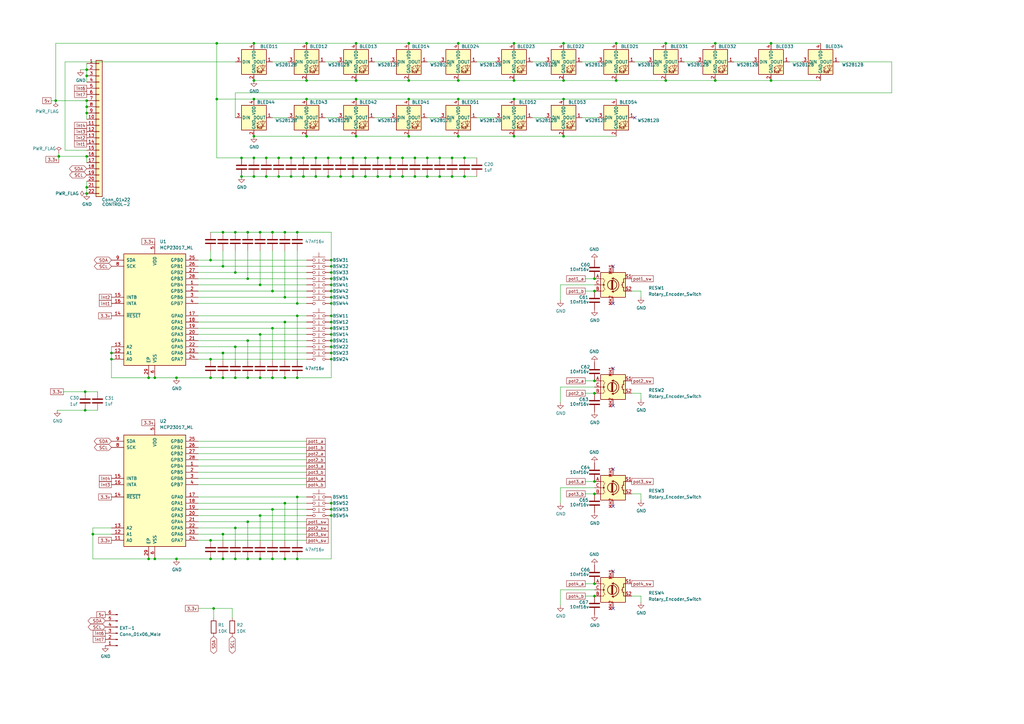
<source format=kicad_sch>
(kicad_sch (version 20211123) (generator eeschema)
  (paper "A3")
  (title_block (title "V5 Control Board") (rev "0.1") (company "Zynthian"))
  (junction (at 167.64 55.88))
  (junction (at 91.44 219.075))
  (junction (at 125.73 17.78))
  (junction (at 34.925 160.655))
  (junction (at 135.89 119.38))
  (junction (at 149.86 64.77))
  (junction (at 91.44 95.25))
  (junction (at 210.82 33.02))
  (junction (at 116.84 229.235))
  (junction (at 101.6 213.995))
  (junction (at 88.9 40.64))
  (junction (at 187.96 40.64))
  (junction (at 86.36 147.32))
  (junction (at 116.84 121.92))
  (junction (at 175.26 72.39))
  (junction (at 35.56 41.275))
  (junction (at 45.72 147.32))
  (junction (at 243.84 114.3))
  (junction (at 144.78 72.39))
  (junction (at 106.68 229.235))
  (junction (at 35.56 64.135))
  (junction (at 210.82 17.78))
  (junction (at 139.7 72.39))
  (junction (at 101.6 154.94))
  (junction (at 129.54 72.39))
  (junction (at 121.92 129.54))
  (junction (at 35.56 28.575))
  (junction (at 134.62 64.77))
  (junction (at 38.1 219.075))
  (junction (at 187.96 17.78))
  (junction (at 34.925 168.275))
  (junction (at 111.76 134.62))
  (junction (at 99.06 72.39))
  (junction (at 146.05 40.64))
  (junction (at 114.3 72.39))
  (junction (at 167.64 33.02))
  (junction (at 243.84 161.29))
  (junction (at 101.6 229.235))
  (junction (at 146.05 55.88))
  (junction (at 111.76 119.38))
  (junction (at 243.84 202.565))
  (junction (at 135.89 134.62))
  (junction (at 187.96 55.88))
  (junction (at 231.14 40.64))
  (junction (at 293.37 33.02))
  (junction (at 116.84 95.25))
  (junction (at 119.38 72.39))
  (junction (at 63.5 154.94))
  (junction (at 154.94 64.77))
  (junction (at 135.89 137.16))
  (junction (at 146.05 17.78))
  (junction (at 88.9 17.78))
  (junction (at 114.3 64.77))
  (junction (at 63.5 229.235))
  (junction (at 135.89 139.7))
  (junction (at 231.14 55.88))
  (junction (at 135.89 147.32))
  (junction (at 106.68 95.25))
  (junction (at 316.23 33.02))
  (junction (at 104.14 55.88))
  (junction (at 165.1 64.77))
  (junction (at 185.42 64.77))
  (junction (at 91.44 109.22))
  (junction (at 134.62 72.39))
  (junction (at 135.89 129.54))
  (junction (at 116.84 132.08))
  (junction (at 125.73 55.88))
  (junction (at 86.36 229.235))
  (junction (at 135.89 208.915))
  (junction (at 170.18 64.77))
  (junction (at 125.73 40.64))
  (junction (at 96.52 95.25))
  (junction (at 167.64 40.64))
  (junction (at 111.76 154.94))
  (junction (at 24.13 64.135))
  (junction (at 35.56 31.115))
  (junction (at 135.89 206.375))
  (junction (at 121.92 203.835))
  (junction (at 106.68 154.94))
  (junction (at 35.56 76.835))
  (junction (at 243.84 119.38))
  (junction (at 99.06 64.77))
  (junction (at 154.94 72.39))
  (junction (at 96.52 154.94))
  (junction (at 135.89 124.46))
  (junction (at 135.89 106.68))
  (junction (at 180.34 72.39))
  (junction (at 135.89 109.22))
  (junction (at 135.89 111.76))
  (junction (at 106.68 211.455))
  (junction (at 125.73 33.02))
  (junction (at 293.37 17.78))
  (junction (at 135.89 121.92))
  (junction (at 149.86 72.39))
  (junction (at 104.14 17.78))
  (junction (at 135.89 142.24))
  (junction (at 35.56 43.815))
  (junction (at 86.36 221.615))
  (junction (at 101.6 95.25))
  (junction (at 135.89 144.78))
  (junction (at 101.6 139.7))
  (junction (at 160.02 64.77))
  (junction (at 72.39 154.94))
  (junction (at 124.46 64.77))
  (junction (at 60.96 154.94))
  (junction (at 243.84 197.485))
  (junction (at 144.78 64.77))
  (junction (at 119.38 64.77))
  (junction (at 135.89 211.455))
  (junction (at 187.96 33.02))
  (junction (at 91.44 229.235))
  (junction (at 167.64 17.78))
  (junction (at 111.76 208.915))
  (junction (at 175.26 64.77))
  (junction (at 86.36 154.94))
  (junction (at 72.39 229.235))
  (junction (at 243.84 244.475))
  (junction (at 86.36 106.68))
  (junction (at 104.14 72.39))
  (junction (at 111.76 95.25))
  (junction (at 87.63 249.555))
  (junction (at 60.96 229.235))
  (junction (at 180.34 64.77))
  (junction (at 111.76 229.235))
  (junction (at 35.56 46.355))
  (junction (at 190.5 64.77))
  (junction (at 129.54 64.77))
  (junction (at 101.6 114.3))
  (junction (at 135.89 116.84))
  (junction (at 96.52 229.235))
  (junction (at 146.05 33.02))
  (junction (at 109.22 64.77))
  (junction (at 273.05 33.02))
  (junction (at 135.89 114.3))
  (junction (at 104.14 40.64))
  (junction (at 96.52 142.24))
  (junction (at 231.14 17.78))
  (junction (at 116.84 154.94))
  (junction (at 252.73 33.02))
  (junction (at 45.72 144.78))
  (junction (at 139.7 64.77))
  (junction (at 135.89 132.08))
  (junction (at 121.92 154.94))
  (junction (at 91.44 144.78))
  (junction (at 121.92 229.235))
  (junction (at 165.1 72.39))
  (junction (at 170.18 72.39))
  (junction (at 210.82 40.64))
  (junction (at 160.02 72.39))
  (junction (at 109.22 72.39))
  (junction (at 190.5 72.39))
  (junction (at 316.23 17.78))
  (junction (at 231.14 33.02))
  (junction (at 22.86 41.275))
  (junction (at 273.05 17.78))
  (junction (at 106.68 137.16))
  (junction (at 243.84 239.395))
  (junction (at 35.56 79.375))
  (junction (at 121.92 124.46))
  (junction (at 124.46 72.39))
  (junction (at 96.52 111.76))
  (junction (at 104.14 64.77))
  (junction (at 243.84 156.21))
  (junction (at 104.14 33.02))
  (junction (at 210.82 55.88))
  (junction (at 121.92 95.25))
  (junction (at 106.68 116.84))
  (junction (at 252.73 17.78))
  (junction (at 185.42 72.39))
  (junction (at 91.44 154.94))
  (junction (at 116.84 206.375))
  (junction (at 96.52 216.535))
  (no_connect (at 251.46 109.22))
  (no_connect (at 251.46 234.315))
  (no_connect (at 251.46 151.13))
  (no_connect (at 251.46 166.37))
  (no_connect (at 260.35 48.26))
  (no_connect (at 251.46 249.555))
  (no_connect (at 251.46 207.645))
  (no_connect (at 251.46 124.46))
  (no_connect (at 251.46 192.405))
  (wire (pts (xy 111.76 208.915) (xy 111.76 221.615)))
  (wire (pts (xy 95.25 249.555) (xy 87.63 249.555)))
  (wire (pts (xy 259.08 119.38) (xy 262.89 119.38)))
  (wire (pts (xy 135.89 137.16) (xy 135.89 139.7)))
  (wire (pts (xy 81.28 116.84) (xy 106.68 116.84)))
  (wire (pts (xy 125.73 211.455) (xy 106.68 211.455)))
  (wire (pts (xy 116.84 154.94) (xy 121.92 154.94)))
  (wire (pts (xy 240.03 114.3) (xy 243.84 114.3)))
  (wire (pts (xy 81.28 183.515) (xy 125.73 183.515)))
  (wire (pts (xy 60.96 229.235) (xy 63.5 229.235)))
  (wire (pts (xy 81.28 208.915) (xy 111.76 208.915)))
  (wire (pts (xy 218.44 48.26) (xy 223.52 48.26)))
  (wire (pts (xy 125.73 144.78) (xy 91.44 144.78)))
  (wire (pts (xy 210.82 55.88) (xy 231.14 55.88)))
  (wire (pts (xy 229.87 116.84) (xy 229.87 123.19)))
  (wire (pts (xy 101.6 102.87) (xy 101.6 114.3)))
  (wire (pts (xy 81.28 216.535) (xy 96.52 216.535)))
  (wire (pts (xy 160.02 64.77) (xy 154.94 64.77)))
  (wire (pts (xy 111.76 154.94) (xy 116.84 154.94)))
  (wire (pts (xy 101.6 114.3) (xy 125.73 114.3)))
  (wire (pts (xy 22.86 17.78) (xy 88.9 17.78)))
  (wire (pts (xy 106.68 102.87) (xy 106.68 116.84)))
  (wire (pts (xy 231.14 55.88) (xy 252.73 55.88)))
  (wire (pts (xy 210.82 17.78) (xy 231.14 17.78)))
  (wire (pts (xy 243.84 200.025) (xy 229.87 200.025)))
  (wire (pts (xy 81.28 121.92) (xy 116.84 121.92)))
  (wire (pts (xy 116.84 121.92) (xy 125.73 121.92)))
  (wire (pts (xy 119.38 72.39) (xy 114.3 72.39)))
  (wire (pts (xy 119.38 64.77) (xy 114.3 64.77)))
  (wire (pts (xy 86.36 95.25) (xy 91.44 95.25)))
  (wire (pts (xy 260.35 25.4) (xy 265.43 25.4)))
  (wire (pts (xy 238.76 48.26) (xy 245.11 48.26)))
  (wire (pts (xy 35.56 41.275) (xy 22.86 41.275)))
  (wire (pts (xy 81.28 193.675) (xy 125.73 193.675)))
  (wire (pts (xy 81.28 119.38) (xy 111.76 119.38)))
  (wire (pts (xy 81.28 219.075) (xy 91.44 219.075)))
  (wire (pts (xy 111.76 48.26) (xy 118.11 48.26)))
  (wire (pts (xy 165.1 72.39) (xy 160.02 72.39)))
  (wire (pts (xy 240.03 156.21) (xy 243.84 156.21)))
  (wire (pts (xy 86.36 221.615) (xy 125.73 221.615)))
  (wire (pts (xy 187.96 17.78) (xy 210.82 17.78)))
  (wire (pts (xy 91.44 95.25) (xy 96.52 95.25)))
  (wire (pts (xy 259.08 244.475) (xy 262.89 244.475)))
  (wire (pts (xy 116.84 132.08) (xy 116.84 147.32)))
  (wire (pts (xy 101.6 139.7) (xy 101.6 147.32)))
  (wire (pts (xy 81.28 137.16) (xy 106.68 137.16)))
  (wire (pts (xy 344.17 25.4) (xy 365.76 25.4)))
  (wire (pts (xy 81.28 109.22) (xy 91.44 109.22)))
  (wire (pts (xy 210.82 40.64) (xy 231.14 40.64)))
  (wire (pts (xy 316.23 33.02) (xy 336.55 33.02)))
  (wire (pts (xy 135.89 95.25) (xy 121.92 95.25)))
  (wire (pts (xy 88.9 40.64) (xy 88.9 64.77)))
  (wire (pts (xy 35.56 76.835) (xy 35.56 79.375)))
  (wire (pts (xy 125.73 198.755) (xy 81.28 198.755)))
  (wire (pts (xy 86.36 106.68) (xy 125.73 106.68)))
  (wire (pts (xy 146.05 55.88) (xy 167.64 55.88)))
  (wire (pts (xy 129.54 72.39) (xy 124.46 72.39)))
  (wire (pts (xy 45.72 154.94) (xy 60.96 154.94)))
  (wire (pts (xy 116.84 102.87) (xy 116.84 121.92)))
  (wire (pts (xy 114.3 64.77) (xy 109.22 64.77)))
  (wire (pts (xy 63.5 229.235) (xy 72.39 229.235)))
  (wire (pts (xy 146.05 33.02) (xy 167.64 33.02)))
  (wire (pts (xy 135.89 208.915) (xy 135.89 211.455)))
  (wire (pts (xy 35.56 64.135) (xy 35.56 66.675)))
  (wire (pts (xy 86.36 221.615) (xy 81.28 221.615)))
  (wire (pts (xy 104.14 55.88) (xy 125.73 55.88)))
  (wire (pts (xy 167.64 17.78) (xy 187.96 17.78)))
  (wire (pts (xy 124.46 72.39) (xy 119.38 72.39)))
  (wire (pts (xy 190.5 72.39) (xy 195.58 72.39)))
  (wire (pts (xy 175.26 64.77) (xy 170.18 64.77)))
  (wire (pts (xy 243.84 241.935) (xy 229.87 241.935)))
  (wire (pts (xy 135.89 106.68) (xy 135.89 95.25)))
  (wire (pts (xy 81.28 249.555) (xy 87.63 249.555)))
  (wire (pts (xy 35.56 26.035) (xy 35.56 28.575)))
  (wire (pts (xy 175.26 48.26) (xy 180.34 48.26)))
  (wire (pts (xy 88.9 64.77) (xy 99.06 64.77)))
  (wire (pts (xy 104.14 64.77) (xy 99.06 64.77)))
  (wire (pts (xy 24.13 65.405) (xy 24.13 64.135)))
  (wire (pts (xy 135.89 203.835) (xy 135.89 206.375)))
  (wire (pts (xy 243.84 158.75) (xy 229.87 158.75)))
  (wire (pts (xy 121.92 203.835) (xy 121.92 221.615)))
  (wire (pts (xy 121.92 102.87) (xy 121.92 124.46)))
  (wire (pts (xy 111.76 134.62) (xy 111.76 147.32)))
  (wire (pts (xy 218.44 25.4) (xy 223.52 25.4)))
  (wire (pts (xy 125.73 208.915) (xy 111.76 208.915)))
  (wire (pts (xy 81.28 106.68) (xy 86.36 106.68)))
  (wire (pts (xy 229.87 241.935) (xy 229.87 248.285)))
  (wire (pts (xy 133.35 48.26) (xy 138.43 48.26)))
  (wire (pts (xy 229.87 200.025) (xy 229.87 206.375)))
  (wire (pts (xy 91.44 109.22) (xy 125.73 109.22)))
  (wire (pts (xy 252.73 17.78) (xy 273.05 17.78)))
  (wire (pts (xy 121.92 129.54) (xy 121.92 147.32)))
  (wire (pts (xy 116.84 206.375) (xy 125.73 206.375)))
  (wire (pts (xy 111.76 25.4) (xy 118.11 25.4)))
  (wire (pts (xy 190.5 72.39) (xy 185.42 72.39)))
  (wire (pts (xy 104.14 17.78) (xy 125.73 17.78)))
  (wire (pts (xy 365.76 25.4) (xy 365.76 38.1)))
  (wire (pts (xy 40.005 168.275) (xy 34.925 168.275)))
  (wire (pts (xy 259.08 161.29) (xy 262.89 161.29)))
  (wire (pts (xy 86.36 229.235) (xy 91.44 229.235)))
  (wire (pts (xy 280.67 25.4) (xy 285.75 25.4)))
  (wire (pts (xy 190.5 64.77) (xy 195.58 64.77)))
  (wire (pts (xy 121.92 124.46) (xy 125.73 124.46)))
  (wire (pts (xy 81.28 203.835) (xy 121.92 203.835)))
  (wire (pts (xy 104.14 33.02) (xy 125.73 33.02)))
  (wire (pts (xy 195.58 48.26) (xy 203.2 48.26)))
  (wire (pts (xy 146.05 40.64) (xy 167.64 40.64)))
  (wire (pts (xy 167.64 40.64) (xy 187.96 40.64)))
  (wire (pts (xy 35.56 28.575) (xy 35.56 31.115)))
  (wire (pts (xy 125.73 33.02) (xy 146.05 33.02)))
  (wire (pts (xy 135.89 134.62) (xy 135.89 137.16)))
  (wire (pts (xy 45.72 144.78) (xy 45.72 147.32)))
  (wire (pts (xy 167.64 55.88) (xy 187.96 55.88)))
  (wire (pts (xy 96.52 229.235) (xy 101.6 229.235)))
  (wire (pts (xy 125.73 213.995) (xy 101.6 213.995)))
  (wire (pts (xy 81.28 142.24) (xy 96.52 142.24)))
  (wire (pts (xy 88.9 17.78) (xy 104.14 17.78)))
  (wire (pts (xy 81.28 139.7) (xy 101.6 139.7)))
  (wire (pts (xy 165.1 64.77) (xy 160.02 64.77)))
  (wire (pts (xy 139.7 64.77) (xy 134.62 64.77)))
  (wire (pts (xy 135.89 109.22) (xy 135.89 111.76)))
  (wire (pts (xy 45.72 219.075) (xy 38.1 219.075)))
  (wire (pts (xy 175.26 72.39) (xy 170.18 72.39)))
  (wire (pts (xy 96.52 216.535) (xy 96.52 221.615)))
  (wire (pts (xy 135.89 106.68) (xy 135.89 109.22)))
  (wire (pts (xy 114.3 72.39) (xy 109.22 72.39)))
  (wire (pts (xy 149.86 64.77) (xy 144.78 64.77)))
  (wire (pts (xy 40.005 160.655) (xy 34.925 160.655)))
  (wire (pts (xy 35.56 43.815) (xy 35.56 46.355)))
  (wire (pts (xy 23.495 168.275) (xy 34.925 168.275)))
  (wire (pts (xy 125.73 55.88) (xy 146.05 55.88)))
  (wire (pts (xy 316.23 17.78) (xy 336.55 17.78)))
  (wire (pts (xy 144.78 72.39) (xy 139.7 72.39)))
  (wire (pts (xy 167.64 33.02) (xy 187.96 33.02)))
  (wire (pts (xy 33.02 28.575) (xy 35.56 28.575)))
  (wire (pts (xy 125.73 134.62) (xy 111.76 134.62)))
  (wire (pts (xy 135.89 116.84) (xy 135.89 119.38)))
  (wire (pts (xy 22.86 41.275) (xy 22.86 17.78)))
  (wire (pts (xy 135.89 114.3) (xy 135.89 116.84)))
  (wire (pts (xy 101.6 154.94) (xy 106.68 154.94)))
  (wire (pts (xy 231.14 40.64) (xy 252.73 40.64)))
  (wire (pts (xy 91.44 154.94) (xy 96.52 154.94)))
  (wire (pts (xy 125.73 137.16) (xy 106.68 137.16)))
  (wire (pts (xy 134.62 72.39) (xy 129.54 72.39)))
  (wire (pts (xy 125.73 40.64) (xy 146.05 40.64)))
  (wire (pts (xy 96.52 111.76) (xy 125.73 111.76)))
  (wire (pts (xy 24.13 64.135) (xy 24.13 62.865)))
  (wire (pts (xy 38.1 229.235) (xy 60.96 229.235)))
  (wire (pts (xy 81.28 132.08) (xy 116.84 132.08)))
  (wire (pts (xy 116.84 132.08) (xy 125.73 132.08)))
  (wire (pts (xy 195.58 25.4) (xy 203.2 25.4)))
  (wire (pts (xy 26.67 25.4) (xy 26.67 61.595)))
  (wire (pts (xy 135.89 139.7) (xy 135.89 142.24)))
  (wire (pts (xy 26.67 25.4) (xy 96.52 25.4)))
  (wire (pts (xy 124.46 64.77) (xy 119.38 64.77)))
  (wire (pts (xy 153.67 48.26) (xy 160.02 48.26)))
  (wire (pts (xy 252.73 33.02) (xy 273.05 33.02)))
  (wire (pts (xy 240.03 161.29) (xy 243.84 161.29)))
  (wire (pts (xy 135.89 124.46) (xy 135.89 129.54)))
  (wire (pts (xy 187.96 40.64) (xy 210.82 40.64)))
  (wire (pts (xy 91.44 144.78) (xy 91.44 147.32)))
  (wire (pts (xy 35.56 46.355) (xy 35.56 48.895)))
  (wire (pts (xy 262.89 121.92) (xy 262.89 119.38)))
  (wire (pts (xy 81.28 186.055) (xy 125.73 186.055)))
  (wire (pts (xy 135.89 211.455) (xy 135.89 229.235)))
  (wire (pts (xy 170.18 72.39) (xy 165.1 72.39)))
  (wire (pts (xy 139.7 72.39) (xy 134.62 72.39)))
  (wire (pts (xy 125.73 216.535) (xy 96.52 216.535)))
  (wire (pts (xy 81.28 191.135) (xy 125.73 191.135)))
  (wire (pts (xy 180.34 72.39) (xy 175.26 72.39)))
  (wire (pts (xy 240.03 197.485) (xy 243.84 197.485)))
  (wire (pts (xy 106.68 95.25) (xy 111.76 95.25)))
  (wire (pts (xy 135.89 206.375) (xy 135.89 208.915)))
  (wire (pts (xy 116.84 95.25) (xy 121.92 95.25)))
  (wire (pts (xy 86.36 154.94) (xy 91.44 154.94)))
  (wire (pts (xy 154.94 64.77) (xy 149.86 64.77)))
  (wire (pts (xy 26.67 61.595) (xy 35.56 61.595)))
  (wire (pts (xy 106.68 116.84) (xy 125.73 116.84)))
  (wire (pts (xy 101.6 213.995) (xy 101.6 221.615)))
  (wire (pts (xy 81.28 144.78) (xy 91.44 144.78)))
  (wire (pts (xy 111.76 229.235) (xy 116.84 229.235)))
  (wire (pts (xy 91.44 102.87) (xy 91.44 109.22)))
  (wire (pts (xy 125.73 17.78) (xy 146.05 17.78)))
  (wire (pts (xy 81.28 129.54) (xy 121.92 129.54)))
  (wire (pts (xy 96.52 38.1) (xy 96.52 48.26)))
  (wire (pts (xy 231.14 33.02) (xy 252.73 33.02)))
  (wire (pts (xy 96.52 154.94) (xy 101.6 154.94)))
  (wire (pts (xy 240.03 244.475) (xy 243.84 244.475)))
  (wire (pts (xy 26.035 160.655) (xy 34.925 160.655)))
  (wire (pts (xy 129.54 64.77) (xy 124.46 64.77)))
  (wire (pts (xy 187.96 33.02) (xy 210.82 33.02)))
  (wire (pts (xy 38.1 219.075) (xy 38.1 229.235)))
  (wire (pts (xy 323.85 25.4) (xy 328.93 25.4)))
  (wire (pts (xy 88.9 40.64) (xy 104.14 40.64)))
  (wire (pts (xy 175.26 25.4) (xy 180.34 25.4)))
  (wire (pts (xy 106.68 154.94) (xy 111.76 154.94)))
  (wire (pts (xy 146.05 17.78) (xy 167.64 17.78)))
  (wire (pts (xy 262.89 163.83) (xy 262.89 161.29)))
  (wire (pts (xy 185.42 64.77) (xy 180.34 64.77)))
  (wire (pts (xy 45.72 216.535) (xy 38.1 216.535)))
  (wire (pts (xy 81.28 111.76) (xy 96.52 111.76)))
  (wire (pts (xy 81.28 213.995) (xy 101.6 213.995)))
  (wire (pts (xy 81.28 147.32) (xy 86.36 147.32)))
  (wire (pts (xy 35.56 31.115) (xy 35.56 33.655)))
  (wire (pts (xy 121.92 154.94) (xy 135.89 154.94)))
  (wire (pts (xy 170.18 64.77) (xy 165.1 64.77)))
  (wire (pts (xy 116.84 206.375) (xy 116.84 221.615)))
  (wire (pts (xy 135.89 119.38) (xy 135.89 121.92)))
  (wire (pts (xy 135.89 144.78) (xy 135.89 147.32)))
  (wire (pts (xy 106.68 137.16) (xy 106.68 147.32)))
  (wire (pts (xy 111.76 95.25) (xy 116.84 95.25)))
  (wire (pts (xy 63.5 154.94) (xy 72.39 154.94)))
  (wire (pts (xy 91.44 219.075) (xy 91.44 221.615)))
  (wire (pts (xy 86.36 102.87) (xy 86.36 106.68)))
  (wire (pts (xy 240.03 119.38) (xy 243.84 119.38)))
  (wire (pts (xy 24.13 64.135) (xy 35.56 64.135)))
  (wire (pts (xy 72.39 229.235) (xy 86.36 229.235)))
  (wire (pts (xy 101.6 95.25) (xy 106.68 95.25)))
  (wire (pts (xy 81.28 180.975) (xy 125.73 180.975)))
  (wire (pts (xy 121.92 229.235) (xy 135.89 229.235)))
  (wire (pts (xy 81.28 124.46) (xy 121.92 124.46)))
  (wire (pts (xy 60.96 154.94) (xy 63.5 154.94)))
  (wire (pts (xy 88.9 17.78) (xy 88.9 40.64)))
  (wire (pts (xy 273.05 17.78) (xy 293.37 17.78)))
  (wire (pts (xy 190.5 64.77) (xy 185.42 64.77)))
  (wire (pts (xy 153.67 25.4) (xy 160.02 25.4)))
  (wire (pts (xy 144.78 64.77) (xy 139.7 64.77)))
  (wire (pts (xy 135.89 111.76) (xy 135.89 114.3)))
  (wire (pts (xy 125.73 142.24) (xy 96.52 142.24)))
  (wire (pts (xy 109.22 64.77) (xy 104.14 64.77)))
  (wire (pts (xy 87.63 249.555) (xy 87.63 253.365)))
  (wire (pts (xy 149.86 72.39) (xy 144.78 72.39)))
  (wire (pts (xy 135.89 121.92) (xy 135.89 124.46)))
  (wire (pts (xy 210.82 33.02) (xy 231.14 33.02)))
  (wire (pts (xy 116.84 229.235) (xy 121.92 229.235)))
  (wire (pts (xy 91.44 229.235) (xy 96.52 229.235)))
  (wire (pts (xy 259.08 202.565) (xy 262.89 202.565)))
  (wire (pts (xy 187.96 55.88) (xy 210.82 55.88)))
  (wire (pts (xy 109.22 72.39) (xy 104.14 72.39)))
  (wire (pts (xy 96.52 142.24) (xy 96.52 147.32)))
  (wire (pts (xy 135.89 132.08) (xy 135.89 134.62)))
  (wire (pts (xy 125.73 139.7) (xy 101.6 139.7)))
  (wire (pts (xy 121.92 203.835) (xy 125.73 203.835)))
  (wire (pts (xy 104.14 40.64) (xy 125.73 40.64)))
  (wire (pts (xy 154.94 72.39) (xy 149.86 72.39)))
  (wire (pts (xy 262.89 247.015) (xy 262.89 244.475)))
  (wire (pts (xy 293.37 17.78) (xy 316.23 17.78)))
  (wire (pts (xy 185.42 72.39) (xy 180.34 72.39)))
  (wire (pts (xy 35.56 41.275) (xy 35.56 43.815)))
  (wire (pts (xy 238.76 25.4) (xy 245.11 25.4)))
  (wire (pts (xy 20.955 41.275) (xy 22.86 41.275)))
  (wire (pts (xy 111.76 102.87) (xy 111.76 119.38)))
  (wire (pts (xy 240.03 239.395) (xy 243.84 239.395)))
  (wire (pts (xy 240.03 202.565) (xy 243.84 202.565)))
  (wire (pts (xy 104.14 72.39) (xy 99.06 72.39)))
  (wire (pts (xy 81.28 211.455) (xy 106.68 211.455)))
  (wire (pts (xy 95.25 253.365) (xy 95.25 249.555)))
  (wire (pts (xy 45.72 147.32) (xy 45.72 154.94)))
  (wire (pts (xy 229.87 158.75) (xy 229.87 165.1)))
  (wire (pts (xy 72.39 154.94) (xy 86.36 154.94)))
  (wire (pts (xy 111.76 119.38) (xy 125.73 119.38)))
  (wire (pts (xy 96.52 95.25) (xy 101.6 95.25)))
  (wire (pts (xy 125.73 219.075) (xy 91.44 219.075)))
  (wire (pts (xy 81.28 196.215) (xy 125.73 196.215)))
  (wire (pts (xy 35.56 74.295) (xy 35.56 76.835)))
  (wire (pts (xy 86.36 147.32) (xy 125.73 147.32)))
  (wire (pts (xy 160.02 72.39) (xy 154.94 72.39)))
  (wire (pts (xy 262.89 205.105) (xy 262.89 202.565)))
  (wire (pts (xy 365.76 38.1) (xy 96.52 38.1)))
  (wire (pts (xy 135.89 147.32) (xy 135.89 154.94)))
  (wire (pts (xy 101.6 229.235) (xy 106.68 229.235)))
  (wire (pts (xy 293.37 33.02) (xy 316.23 33.02)))
  (wire (pts (xy 135.89 142.24) (xy 135.89 144.78)))
  (wire (pts (xy 134.62 64.77) (xy 129.54 64.77)))
  (wire (pts (xy 135.89 129.54) (xy 135.89 132.08)))
  (wire (pts (xy 273.05 33.02) (xy 293.37 33.02)))
  (wire (pts (xy 81.28 114.3) (xy 101.6 114.3)))
  (wire (pts (xy 81.28 188.595) (xy 125.73 188.595)))
  (wire (pts (xy 106.68 211.455) (xy 106.68 221.615)))
  (wire (pts (xy 180.34 64.77) (xy 175.26 64.77)))
  (wire (pts (xy 81.28 206.375) (xy 116.84 206.375)))
  (wire (pts (xy 81.28 134.62) (xy 111.76 134.62)))
  (wire (pts (xy 300.99 25.4) (xy 308.61 25.4)))
  (wire (pts (xy 106.68 229.235) (xy 111.76 229.235)))
  (wire (pts (xy 231.14 17.78) (xy 252.73 17.78)))
  (wire (pts (xy 243.84 116.84) (xy 229.87 116.84)))
  (wire (pts (xy 121.92 129.54) (xy 125.73 129.54)))
  (wire (pts (xy 38.1 216.535) (xy 38.1 219.075)))
  (wire (pts (xy 133.35 25.4) (xy 138.43 25.4)))
  (wire (pts (xy 96.52 102.87) (xy 96.52 111.76)))
  (wire (pts (xy 45.72 142.24) (xy 45.72 144.78)))
  (global_label "pot2_sw" (shape passive) (at 259.08 156.21 0) (property "Referencias entre hojas" "${INTERSHEET_REFS}" (effects hide)))
  (global_label "int4" (shape passive) (at 35.56 51.435 180) (property "Referencias entre hojas" "${INTERSHEET_REFS}" (effects hide)))
  (global_label "SDA" (shape bidirectional) (at 45.72 180.975 180) (property "Referencias entre hojas" "${INTERSHEET_REFS}" (effects hide)))
  (global_label "pot4_sw" (shape passive) (at 125.73 221.615 0) (property "Referencias entre hojas" "${INTERSHEET_REFS}" (effects hide)))
  (global_label "int3" (shape passive) (at 45.72 198.755 180) (property "Referencias entre hojas" "${INTERSHEET_REFS}" (effects hide)))
  (global_label "SDA" (shape bidirectional) (at 45.72 106.68 180) (property "Referencias entre hojas" "${INTERSHEET_REFS}" (effects hide)))
  (global_label "pot3_sw" (shape passive) (at 125.73 219.075 0) (property "Referencias entre hojas" "${INTERSHEET_REFS}" (effects hide)))
  (global_label "5v" (shape passive) (at 20.955 41.275 180) (property "Referencias entre hojas" "${INTERSHEET_REFS}" (effects hide)))
  (global_label "pot4_b" (shape passive) (at 240.03 244.475 180) (property "Referencias entre hojas" "${INTERSHEET_REFS}" (effects hide)))
  (global_label "3.3v" (shape passive) (at 45.72 203.835 180) (property "Referencias entre hojas" "${INTERSHEET_REFS}" (effects hide)))
  (global_label "pot3_a" (shape passive) (at 125.73 191.135 0) (property "Referencias entre hojas" "${INTERSHEET_REFS}" (effects hide)))
  (global_label "pot1_a" (shape passive) (at 240.03 114.3 180) (property "Referencias entre hojas" "${INTERSHEET_REFS}" (effects hide)))
  (global_label "SDA" (shape bidirectional) (at 87.63 260.985 270) (property "Referencias entre hojas" "${INTERSHEET_REFS}" (effects hide)))
  (global_label "pot2_b" (shape passive) (at 240.03 161.29 180) (property "Referencias entre hojas" "${INTERSHEET_REFS}" (effects hide)))
  (global_label "pot2_sw" (shape passive) (at 125.73 216.535 0) (property "Referencias entre hojas" "${INTERSHEET_REFS}" (effects hide)))
  (global_label "SCL" (shape bidirectional) (at 43.18 257.175 180) (property "Referencias entre hojas" "${INTERSHEET_REFS}" (effects hide)))
  (global_label "SDA" (shape bidirectional) (at 43.18 254.635 180) (property "Referencias entre hojas" "${INTERSHEET_REFS}" (effects hide)))
  (global_label "pot1_sw" (shape passive) (at 259.08 114.3 0) (property "Referencias entre hojas" "${INTERSHEET_REFS}" (effects hide)))
  (global_label "pot2_b" (shape passive) (at 125.73 188.595 0) (property "Referencias entre hojas" "${INTERSHEET_REFS}" (effects hide)))
  (global_label "3.3v" (shape passive) (at 24.13 65.405 180) (property "Referencias entre hojas" "${INTERSHEET_REFS}" (effects hide)))
  (global_label "pot4_a" (shape passive) (at 240.03 239.395 180) (property "Referencias entre hojas" "${INTERSHEET_REFS}" (effects hide)))
  (global_label "int1" (shape passive) (at 45.72 124.46 180) (property "Referencias entre hojas" "${INTERSHEET_REFS}" (effects hide)))
  (global_label "pot1_sw" (shape passive) (at 125.73 213.995 0) (property "Referencias entre hojas" "${INTERSHEET_REFS}" (effects hide)))
  (global_label "pot2_a" (shape passive) (at 125.73 186.055 0) (property "Referencias entre hojas" "${INTERSHEET_REFS}" (effects hide)))
  (global_label "3.3v" (shape passive) (at 63.5 173.355 180) (property "Referencias entre hojas" "${INTERSHEET_REFS}" (effects hide)))
  (global_label "3.3v" (shape passive) (at 26.035 160.655 180) (property "Referencias entre hojas" "${INTERSHEET_REFS}" (effects hide)))
  (global_label "SCL" (shape bidirectional) (at 35.56 71.755 180) (property "Referencias entre hojas" "${INTERSHEET_REFS}" (effects hide)))
  (global_label "3.3v" (shape passive) (at 45.72 221.615 180) (property "Referencias entre hojas" "${INTERSHEET_REFS}" (effects hide)))
  (global_label "pot4_b" (shape passive) (at 125.73 198.755 0) (property "Referencias entre hojas" "${INTERSHEET_REFS}" (effects hide)))
  (global_label "3.3v" (shape passive) (at 81.28 249.555 180) (property "Referencias entre hojas" "${INTERSHEET_REFS}" (effects hide)))
  (global_label "pot1_b" (shape passive) (at 240.03 119.38 180) (property "Referencias entre hojas" "${INTERSHEET_REFS}" (effects hide)))
  (global_label "int4" (shape passive) (at 45.72 196.215 180) (property "Referencias entre hojas" "${INTERSHEET_REFS}" (effects hide)))
  (global_label "int2" (shape passive) (at 35.56 56.515 180) (property "Referencias entre hojas" "${INTERSHEET_REFS}" (effects hide)))
  (global_label "pot3_b" (shape passive) (at 240.03 202.565 180) (property "Referencias entre hojas" "${INTERSHEET_REFS}" (effects hide)))
  (global_label "pot1_b" (shape passive) (at 125.73 183.515 0) (property "Referencias entre hojas" "${INTERSHEET_REFS}" (effects hide)))
  (global_label "3.3v" (shape passive) (at 45.72 129.54 180) (property "Referencias entre hojas" "${INTERSHEET_REFS}" (effects hide)))
  (global_label "SCL" (shape bidirectional) (at 45.72 183.515 180) (property "Referencias entre hojas" "${INTERSHEET_REFS}" (effects hide)))
  (global_label "pot4_a" (shape passive) (at 125.73 196.215 0) (property "Referencias entre hojas" "${INTERSHEET_REFS}" (effects hide)))
  (global_label "int2" (shape passive) (at 45.72 121.92 180) (property "Referencias entre hojas" "${INTERSHEET_REFS}" (effects hide)))
  (global_label "pot2_a" (shape passive) (at 240.03 156.21 180) (property "Referencias entre hojas" "${INTERSHEET_REFS}" (effects hide)))
  (global_label "int7" (shape passive) (at 43.18 262.255 180) (property "Referencias entre hojas" "${INTERSHEET_REFS}" (effects hide)))
  (global_label "pot3_a" (shape passive) (at 240.03 197.485 180) (property "Referencias entre hojas" "${INTERSHEET_REFS}" (effects hide)))
  (global_label "int6" (shape passive) (at 35.56 36.195 180) (property "Referencias entre hojas" "${INTERSHEET_REFS}" (effects hide)))
  (global_label "5v" (shape passive) (at 43.18 252.095 180) (property "Referencias entre hojas" "${INTERSHEET_REFS}" (effects hide)))
  (global_label "SCL" (shape bidirectional) (at 45.72 109.22 180) (property "Referencias entre hojas" "${INTERSHEET_REFS}" (effects hide)))
  (global_label "int6" (shape passive) (at 43.18 259.715 180) (property "Referencias entre hojas" "${INTERSHEET_REFS}" (effects hide)))
  (global_label "pot3_b" (shape passive) (at 125.73 193.675 0) (property "Referencias entre hojas" "${INTERSHEET_REFS}" (effects hide)))
  (global_label "pot1_a" (shape passive) (at 125.73 180.975 0) (property "Referencias entre hojas" "${INTERSHEET_REFS}" (effects hide)))
  (global_label "int1" (shape passive) (at 35.56 59.055 180) (property "Referencias entre hojas" "${INTERSHEET_REFS}" (effects hide)))
  (global_label "int3" (shape passive) (at 35.56 53.975 180) (property "Referencias entre hojas" "${INTERSHEET_REFS}" (effects hide)))
  (global_label "SCL" (shape bidirectional) (at 95.25 260.985 270) (property "Referencias entre hojas" "${INTERSHEET_REFS}" (effects hide)))
  (global_label "3.3v" (shape passive) (at 63.5 99.06 180) (property "Referencias entre hojas" "${INTERSHEET_REFS}" (effects hide)))
  (global_label "pot3_sw" (shape passive) (at 259.08 197.485 0) (property "Referencias entre hojas" "${INTERSHEET_REFS}" (effects hide)))
  (global_label "int7" (shape passive) (at 35.56 38.735 180) (property "Referencias entre hojas" "${INTERSHEET_REFS}" (effects hide)))
  (global_label "pot4_sw" (shape passive) (at 259.08 239.395 0) (property "Referencias entre hojas" "${INTERSHEET_REFS}" (effects hide)))
  (global_label "SDA" (shape bidirectional) (at 35.56 69.215 180) (property "Referencias entre hojas" "${INTERSHEET_REFS}" (effects hide)))
  (symbol (lib_id "octa:WS2812B") (at 104.14 25.4 0) (unit 1)
    (property "Reference" "BLED11" (at 106.68 19.05 0) (effects (justify left)))
    (property "Value" "WS2812B" (at 112.8776 26.543 0) (effects (justify left)))
    (property "Footprint" "V5:LED_WS2812-2020_2.2x2.0mm" (effects hide))
  )
  (symbol (lib_id "octa:WS2812B") (at 146.05 25.4 0) (unit 1)
    (property "Reference" "BLED13" (at 147.32 19.05 0) (effects (justify left)))
    (property "Value" "WS2812B" (at 154.7876 26.543 0) (effects (justify left)))
    (property "Footprint" "V5:LED_WS2812-2020_2.2x2.0mm" (effects hide))
  )
  (symbol (lib_id "octa:WS2812B") (at 187.96 25.4 0) (unit 1)
    (property "Reference" "BLED24" (at 189.23 19.05 0) (effects (justify left)))
    (property "Value" "WS2812B" (at 196.6976 26.543 0) (effects (justify left)))
    (property "Footprint" "V5:LED_WS2812-2020_2.2x2.0mm" (effects hide))
  )
  (symbol (lib_id "octa:WS2812B") (at 231.14 25.4 0) (unit 1)
    (property "Reference" "BLED22" (at 232.41 19.05 0) (effects (justify left)))
    (property "Value" "WS2812B" (at 239.8776 26.543 0) (effects (justify left)))
    (property "Footprint" "V5:LED_WS2812-2020_2.2x2.0mm" (effects hide))
  )
  (symbol (lib_id "octa:WS2812B") (at 273.05 25.4 0) (unit 1)
    (property "Reference" "BLED31" (at 274.955 19.05 0) (effects (justify left)))
    (property "Value" "WS2812B" (at 281.7876 26.543 0) (effects (justify left)))
    (property "Footprint" "V5:LED_WS2812-2020_2.2x2.0mm" (effects hide))
  )
  (symbol (lib_id "Switch:SW_Push") (at 130.81 129.54 0) (unit 1)
    (property "Reference" "BSW11" (at 139.7 129.54 0))
    (property "Value" "SW_Push" (effects hide))
    (property "Footprint" "V5:V5-KeyPad_LED" (effects hide))
  )
  (symbol (lib_id "octa:WS2812B") (at 316.23 25.4 0) (unit 1)
    (property "Reference" "BLED33" (at 318.135 19.05 0) (effects (justify left)))
    (property "Value" "WS2812B" (at 324.9676 26.543 0) (effects (justify left)))
    (property "Footprint" "V5:LED_WS2812-2020_2.2x2.0mm" (effects hide))
  )
  (symbol (lib_id "octa:WS2812B") (at 125.73 48.26 0) (unit 1)
    (property "Reference" "BLED43" (at 127 41.91 0) (effects (justify left)))
    (property "Value" "WS2812B" (at 134.4676 49.403 0) (effects (justify left)))
    (property "Footprint" "V5:LED_WS2812-2020_2.2x2.0mm" (effects hide))
  )
  (symbol (lib_id "octa:WS2812B") (at 125.73 25.4 0) (unit 1)
    (property "Reference" "BLED12" (at 127 19.05 0) (effects (justify left)))
    (property "Value" "WS2812B" (at 134.4676 26.543 0) (effects (justify left)))
    (property "Footprint" "V5:LED_WS2812-2020_2.2x2.0mm" (effects hide))
  )
  (symbol (lib_id "octa:WS2812B") (at 167.64 25.4 0) (unit 1)
    (property "Reference" "BLED14" (at 168.91 19.05 0) (effects (justify left)))
    (property "Value" "WS2812B" (at 176.3776 26.543 0) (effects (justify left)))
    (property "Footprint" "V5:LED_WS2812-2020_2.2x2.0mm" (effects hide))
  )
  (symbol (lib_id "octa:WS2812B") (at 210.82 25.4 0) (unit 1)
    (property "Reference" "BLED23" (at 212.09 19.05 0) (effects (justify left)))
    (property "Value" "WS2812B" (at 219.5576 26.543 0) (effects (justify left)))
    (property "Footprint" "V5:LED_WS2812-2020_2.2x2.0mm" (effects hide))
  )
  (symbol (lib_id "octa:WS2812B") (at 252.73 25.4 0) (unit 1)
    (property "Reference" "BLED21" (at 254.635 19.05 0) (effects (justify left)))
    (property "Value" "WS2812B" (at 261.4676 26.543 0) (effects (justify left)))
    (property "Footprint" "V5:LED_WS2812-2020_2.2x2.0mm" (effects hide))
  )
  (symbol (lib_id "octa:WS2812B") (at 293.37 25.4 0) (unit 1)
    (property "Reference" "BLED32" (at 294.64 19.05 0) (effects (justify left)))
    (property "Value" "WS2812B" (at 302.1076 26.543 0) (effects (justify left)))
    (property "Footprint" "V5:LED_WS2812-2020_2.2x2.0mm" (effects hide))
  )
  (symbol (lib_id "octa:WS2812B") (at 336.55 25.4 0) (unit 1)
    (property "Reference" "BLED34" (at 338.455 19.05 0) (effects (justify left)))
    (property "Value" "WS2812B" (at 345.2876 26.543 0) (effects (justify left)))
    (property "Footprint" "V5:LED_WS2812-2020_2.2x2.0mm" (effects hide))
  )
  (symbol (lib_id "octa:WS2812B") (at 104.14 48.26 0) (unit 1)
    (property "Reference" "BLED44" (at 105.41 41.91 0) (effects (justify left)))
    (property "Value" "WS2812B" (at 112.8776 49.403 0) (effects (justify left)))
    (property "Footprint" "V5:LED_WS2812-2020_2.2x2.0mm" (effects hide))
  )
  (symbol (lib_id "octa:WS2812B") (at 146.05 48.26 0) (unit 1)
    (property "Reference" "BLED42" (at 147.32 41.91 0) (effects (justify left)))
    (property "Value" "WS2812B" (at 154.7876 49.403 0) (effects (justify left)))
    (property "Footprint" "V5:LED_WS2812-2020_2.2x2.0mm" (effects hide))
  )
  (symbol (lib_id "Device:C") (at 175.26 68.58 0) (unit 1)
    (property "Reference" "C16" (effects hide))
    (property "Value" "1uf" (effects hide))
    (property "Footprint" "Capacitor_SMD:C_0603_1608Metric" (effects hide))
  )
  (symbol (lib_id "Device:C") (at 170.18 68.58 0) (unit 1)
    (property "Reference" "C15" (effects hide))
    (property "Value" "1uf" (effects hide))
    (property "Footprint" "Capacitor_SMD:C_0603_1608Metric" (effects hide))
  )
  (symbol (lib_id "Device:C") (at 165.1 68.58 0) (unit 1)
    (property "Reference" "C14" (effects hide))
    (property "Value" "1uf" (effects hide))
    (property "Footprint" "Capacitor_SMD:C_0603_1608Metric" (effects hide))
  )
  (symbol (lib_id "Device:C") (at 160.02 68.58 0) (unit 1)
    (property "Reference" "C13" (effects hide))
    (property "Value" "1uf" (effects hide))
    (property "Footprint" "Capacitor_SMD:C_0603_1608Metric" (effects hide))
  )
  (symbol (lib_id "Device:C") (at 154.94 68.58 0) (unit 1)
    (property "Reference" "C12" (effects hide))
    (property "Value" "1uf" (effects hide))
    (property "Footprint" "Capacitor_SMD:C_0603_1608Metric" (effects hide))
  )
  (symbol (lib_id "Device:C") (at 149.86 68.58 0) (unit 1)
    (property "Reference" "C11" (effects hide))
    (property "Value" "1uf" (effects hide))
    (property "Footprint" "Capacitor_SMD:C_0603_1608Metric" (effects hide))
  )
  (symbol (lib_id "Device:C") (at 144.78 68.58 0) (unit 1)
    (property "Reference" "C10" (effects hide))
    (property "Value" "1uf" (effects hide))
    (property "Footprint" "Capacitor_SMD:C_0603_1608Metric" (effects hide))
  )
  (symbol (lib_id "Device:C") (at 139.7 68.58 0) (unit 1)
    (property "Reference" "C9" (effects hide))
    (property "Value" "1uf" (effects hide))
    (property "Footprint" "Capacitor_SMD:C_0603_1608Metric" (effects hide))
  )
  (symbol (lib_id "Switch:SW_Push") (at 130.81 132.08 0) (unit 1)
    (property "Reference" "BSW12" (at 139.7 132.08 0))
    (property "Value" "SW_Push" (effects hide))
    (property "Footprint" "V5:V5-KeyPad_LED" (effects hide))
  )
  (symbol (lib_id "Switch:SW_Push") (at 130.81 134.62 0) (unit 1)
    (property "Reference" "BSW13" (at 139.7 134.62 0))
    (property "Value" "SW_Push" (effects hide))
    (property "Footprint" "V5:V5-KeyPad_LED" (effects hide))
  )
  (symbol (lib_id "Switch:SW_Push") (at 130.81 137.16 0) (unit 1)
    (property "Reference" "BSW14" (at 139.7 137.16 0))
    (property "Value" "SW_Push" (effects hide))
    (property "Footprint" "V5:V5-KeyPad_LED" (effects hide))
  )
  (symbol (lib_id "power:GND") (at 35.56 79.375 0) (unit 1)
    (property "Reference" "#PWR01" (effects hide))
    (property "Value" "GND" (at 35.687 83.7692 0))
  )
  (symbol (lib_id "Switch:SW_Push") (at 130.81 139.7 0) (unit 1)
    (property "Reference" "BSW21" (at 139.7 139.7 0))
    (property "Value" "SW_Push" (effects hide))
    (property "Footprint" "V5:V5-KeyPad_LED" (effects hide))
  )
  (symbol (lib_id "Switch:SW_Push") (at 130.81 142.24 0) (unit 1)
    (property "Reference" "BSW22" (at 139.7 142.24 0))
    (property "Value" "SW_Push" (effects hide))
    (property "Footprint" "V5:V5-KeyPad_LED" (effects hide))
  )
  (symbol (lib_id "Switch:SW_Push") (at 130.81 144.78 0) (unit 1)
    (property "Reference" "BSW23" (at 139.7 144.78 0))
    (property "Value" "SW_Push" (effects hide))
    (property "Footprint" "V5:V5-KeyPad_LED" (effects hide))
  )
  (symbol (lib_id "Switch:SW_Push") (at 130.81 147.32 0) (unit 1)
    (property "Reference" "BSW24" (at 139.7 147.32 0))
    (property "Value" "SW_Push" (effects hide))
    (property "Footprint" "V5:V5-KeyPad_LED" (effects hide))
  )
  (symbol (lib_id "Switch:SW_Push") (at 130.81 106.68 0) (unit 1)
    (property "Reference" "BSW31" (at 139.7 106.68 0))
    (property "Value" "SW_Push" (effects hide))
    (property "Footprint" "V5:V5-KeyPad_LED" (effects hide))
  )
  (symbol (lib_id "Switch:SW_Push") (at 130.81 109.22 0) (unit 1)
    (property "Reference" "BSW32" (at 139.7 109.22 0))
    (property "Value" "SW_Push" (effects hide))
    (property "Footprint" "V5:V5-KeyPad_LED" (effects hide))
  )
  (symbol (lib_id "Switch:SW_Push") (at 130.81 111.76 0) (unit 1)
    (property "Reference" "BSW33" (at 139.7 111.76 0))
    (property "Value" "SW_Push" (effects hide))
    (property "Footprint" "V5:V5-KeyPad_LED" (effects hide))
  )
  (symbol (lib_id "Switch:SW_Push") (at 130.81 114.3 0) (unit 1)
    (property "Reference" "BSW34" (at 139.7 114.3 0))
    (property "Value" "SW_Push" (effects hide))
    (property "Footprint" "V5:V5-KeyPad_LED" (effects hide))
  )
  (symbol (lib_id "Switch:SW_Push") (at 130.81 116.84 0) (unit 1)
    (property "Reference" "BSW41" (at 139.7 116.84 0))
    (property "Value" "SW_Push" (effects hide))
    (property "Footprint" "V5:V5-KeyPad_LED" (effects hide))
  )
  (symbol (lib_id "Device:C") (at 134.62 68.58 0) (unit 1)
    (property "Reference" "C8" (effects hide))
    (property "Value" "1uf" (effects hide))
    (property "Footprint" "Capacitor_SMD:C_0603_1608Metric" (effects hide))
  )
  (symbol (lib_id "Device:C") (at 129.54 68.58 0) (unit 1)
    (property "Reference" "C7" (effects hide))
    (property "Value" "1uf" (effects hide))
    (property "Footprint" "Capacitor_SMD:C_0603_1608Metric" (effects hide))
  )
  (symbol (lib_id "Device:C") (at 124.46 68.58 0) (unit 1)
    (property "Reference" "C6" (effects hide))
    (property "Value" "1uf" (effects hide))
    (property "Footprint" "Capacitor_SMD:C_0603_1608Metric" (effects hide))
  )
  (symbol (lib_id "Device:C") (at 119.38 68.58 0) (unit 1)
    (property "Reference" "C5" (effects hide))
    (property "Value" "1uf" (effects hide))
    (property "Footprint" "Capacitor_SMD:C_0603_1608Metric" (effects hide))
  )
  (symbol (lib_id "Device:C") (at 114.3 68.58 0) (unit 1)
    (property "Reference" "C4" (effects hide))
    (property "Value" "1uf" (effects hide))
    (property "Footprint" "Capacitor_SMD:C_0603_1608Metric" (effects hide))
  )
  (symbol (lib_id "Device:C") (at 109.22 68.58 0) (unit 1)
    (property "Reference" "C3" (effects hide))
    (property "Value" "1uf" (effects hide))
    (property "Footprint" "Capacitor_SMD:C_0603_1608Metric" (effects hide))
  )
  (symbol (lib_id "Device:C") (at 104.14 68.58 0) (unit 1)
    (property "Reference" "C2" (effects hide))
    (property "Value" "1uf" (effects hide))
    (property "Footprint" "Capacitor_SMD:C_0603_1608Metric" (effects hide))
  )
  (symbol (lib_id "Switch:SW_Push") (at 130.81 119.38 0) (unit 1)
    (property "Reference" "BSW42" (at 139.7 119.38 0))
    (property "Value" "SW_Push" (effects hide))
    (property "Footprint" "V5:V5-KeyPad_LED" (effects hide))
  )
  (symbol (lib_id "Switch:SW_Push") (at 130.81 121.92 0) (unit 1)
    (property "Reference" "BSW43" (at 139.7 121.92 0))
    (property "Value" "SW_Push" (effects hide))
    (property "Footprint" "V5:V5-KeyPad_LED" (effects hide))
  )
  (symbol (lib_id "Switch:SW_Push") (at 130.81 124.46 0) (unit 1)
    (property "Reference" "BSW44" (at 139.7 124.46 0))
    (property "Value" "SW_Push" (effects hide))
    (property "Footprint" "V5:V5-KeyPad_LED" (effects hide))
  )
  (symbol (lib_id "power:GND") (at 72.39 154.94 0) (unit 1)
    (property "Reference" "#PWR02" (effects hide))
    (property "Value" "GND" (at 72.517 159.3342 0))
  )
  (symbol (lib_id "Device:C") (at 99.06 68.58 0) (unit 1)
    (property "Reference" "C1" (effects hide))
    (property "Value" "1uf" (effects hide))
    (property "Footprint" "Capacitor_SMD:C_0603_1608Metric" (effects hide))
  )
  (symbol (lib_id "Switch:SW_Push") (at 130.81 203.835 0) (unit 1)
    (property "Reference" "BSW51" (at 139.7 203.835 0))
    (property "Value" "SW_Push" (effects hide))
    (property "Footprint" "V5:V5-KeyPad_LED" (effects hide))
  )
  (symbol (lib_id "Switch:SW_Push") (at 130.81 206.375 0) (unit 1)
    (property "Reference" "BSW52" (at 139.7 206.375 0))
    (property "Value" "SW_Push" (effects hide))
    (property "Footprint" "V5:V5-KeyPad_LED" (effects hide))
  )
  (symbol (lib_id "Switch:SW_Push") (at 130.81 208.915 0) (unit 1)
    (property "Reference" "BSW53" (at 139.7 208.915 0))
    (property "Value" "SW_Push" (effects hide))
    (property "Footprint" "V5:V5-KeyPad_LED" (effects hide))
  )
  (symbol (lib_id "Switch:SW_Push") (at 130.81 211.455 0) (unit 1)
    (property "Reference" "BSW54" (at 139.7 211.455 0))
    (property "Value" "SW_Push" (effects hide))
    (property "Footprint" "V5:V5-KeyPad_LED" (effects hide))
  )
  (symbol (lib_id "power:GND") (at 72.39 229.235 0) (unit 1)
    (property "Reference" "#PWR06" (effects hide))
    (property "Value" "GND" (at 72.517 233.6292 0))
  )
  (symbol (lib_id "power:GND") (at 104.14 55.88 0) (unit 1)
    (property "Reference" "#PWR05" (effects hide))
    (property "Value" "GND" (at 104.267 60.2742 0))
  )
  (symbol (lib_id "power:GND") (at 104.14 33.02 0) (unit 1)
    (property "Reference" "#PWR04" (effects hide))
    (property "Value" "GND" (at 104.267 37.4142 0))
  )
  (symbol (lib_id "Device:C") (at 40.005 164.465 0) (unit 1)
    (property "Reference" "C31" (at 42.926 163.2966 0) (effects (justify left)))
    (property "Value" "1uf" (at 42.926 165.608 0) (effects (justify left)))
    (property "Footprint" "Capacitor_SMD:C_0603_1608Metric" (effects hide))
  )
  (symbol (lib_id "Device:C") (at 34.925 164.465 0) (unit 1)
    (property "Reference" "C30" (at 28.575 163.195 0) (effects (justify left)))
    (property "Value" "1uf" (at 28.575 165.735 0) (effects (justify left)))
    (property "Footprint" "Capacitor_SMD:C_0603_1608Metric" (effects hide))
  )
  (symbol (lib_id "power:GND") (at 99.06 72.39 0) (unit 1)
    (property "Reference" "#PWR03" (effects hide))
    (property "Value" "GND" (at 99.187 76.7842 0))
  )
  (symbol (lib_id "power:GND") (at 23.495 168.275 0) (unit 1)
    (property "Reference" "#PWR015" (effects hide))
    (property "Value" "GND" (at 23.622 172.6692 0))
  )
  (symbol (lib_id "octa:WS2812B") (at 167.64 48.26 0) (unit 1)
    (property "Reference" "BLED41" (at 168.91 41.91 0) (effects (justify left)))
    (property "Value" "WS2812B" (at 176.3776 49.403 0) (effects (justify left)))
    (property "Footprint" "V5:LED_WS2812-2020_2.2x2.0mm" (effects hide))
  )
  (symbol (lib_id "octa:WS2812B") (at 210.82 48.26 0) (unit 1)
    (property "Reference" "BLED52" (at 212.725 41.91 0) (effects (justify left)))
    (property "Value" "WS2812B" (at 219.5576 49.403 0) (effects (justify left)))
    (property "Footprint" "V5:LED_WS2812-2020_2.2x2.0mm" (effects hide))
  )
  (symbol (lib_id "octa:WS2812B") (at 252.73 48.26 0) (unit 1)
    (property "Reference" "BLED54" (at 254 41.91 0) (effects (justify left)))
    (property "Value" "WS2812B" (at 261.4676 49.403 0) (effects (justify left)))
    (property "Footprint" "V5:LED_WS2812-2020_2.2x2.0mm" (effects hide))
  )
  (symbol (lib_id "octa:WS2812B") (at 187.96 48.26 0) (unit 1)
    (property "Reference" "BLED51" (at 189.23 41.91 0) (effects (justify left)))
    (property "Value" "WS2812B" (at 196.6976 49.403 0) (effects (justify left)))
    (property "Footprint" "V5:LED_WS2812-2020_2.2x2.0mm" (effects hide))
  )
  (symbol (lib_id "octa:WS2812B") (at 231.14 48.26 0) (unit 1)
    (property "Reference" "BLED53" (at 233.045 41.91 0) (effects (justify left)))
    (property "Value" "WS2812B" (at 239.8776 49.403 0) (effects (justify left)))
    (property "Footprint" "V5:LED_WS2812-2020_2.2x2.0mm" (effects hide))
  )
  (symbol (lib_id "Device:C") (at 195.58 68.58 0) (unit 1)
    (property "Reference" "C20" (at 198.501 67.4116 0) (effects (justify left)))
    (property "Value" "1uf" (at 198.501 69.723 0) (effects (justify left)))
    (property "Footprint" "Capacitor_SMD:C_0603_1608Metric" (effects hide))
  )
  (symbol (lib_id "Device:C") (at 190.5 68.58 0) (unit 1)
    (property "Reference" "C19" (effects hide))
    (property "Value" "1uf" (effects hide))
    (property "Footprint" "Capacitor_SMD:C_0603_1608Metric" (effects hide))
  )
  (symbol (lib_id "Device:C") (at 185.42 68.58 0) (unit 1)
    (property "Reference" "C18" (effects hide))
    (property "Value" "1uf" (effects hide))
    (property "Footprint" "Capacitor_SMD:C_0603_1608Metric" (effects hide))
  )
  (symbol (lib_id "Device:C") (at 180.34 68.58 0) (unit 1)
    (property "Reference" "C17" (effects hide))
    (property "Value" "1uf" (effects hide))
    (property "Footprint" "Capacitor_SMD:C_0603_1608Metric" (effects hide))
  )
  (symbol (lib_id "power:PWR_FLAG") (at 22.86 41.275 180) (unit 1)
    (property "Reference" "#FLG0101" (effects hide))
    (property "Value" "PWR_FLAG" (at 24.13 45.72 0) (effects (justify left)))
  )
  (symbol (lib_id "power:PWR_FLAG") (at 24.13 62.865 0) (unit 1)
    (property "Reference" "#FLG0102" (effects hide))
    (property "Value" "PWR_FLAG" (at 13.335 60.96 0) (effects (justify left)))
  )
  (symbol (lib_id "power:PWR_FLAG") (at 35.56 79.375 90) (unit 1)
    (property "Reference" "#FLG0103" (effects hide))
    (property "Value" "PWR_FLAG" (at 32.3342 79.375 90) (effects (justify left)))
  )
  (symbol (lib_id "Connector_Generic:Conn_01x22") (at 40.64 51.435 0) (unit 1)
    (property "Reference" "CONTROL-2" (at 47.625 83.82 0))
    (property "Value" "Conn_01x22" (at 47.625 81.915 0))
    (property "Footprint" "V5:SFV20R-4STE1LF" (effects hide))
  )
  (symbol (lib_id "power:GND") (at 33.02 28.575 0) (unit 1)
    (property "Reference" "#PWR011" (effects hide))
    (property "Value" "GND" (at 33.147 32.9692 0))
  )
  (symbol (lib_id "Device:C") (at 121.92 151.13 0) (unit 1)
    (property "Reference" "C48" (effects hide))
    (property "Value" "47nf16v" (at 125.095 151.13 0) (effects (justify left)))
    (property "Footprint" "Capacitor_SMD:C_0603_1608Metric" (effects hide))
  )
  (symbol (lib_id "Device:C") (at 86.36 151.13 0) (unit 1)
    (property "Reference" "C41" (effects hide))
    (property "Value" "47nf16v" (effects hide))
    (property "Footprint" "Capacitor_SMD:C_0603_1608Metric" (effects hide))
  )
  (symbol (lib_id "Device:C") (at 91.44 151.13 0) (unit 1)
    (property "Reference" "C42" (effects hide))
    (property "Value" "47nf16v" (effects hide))
    (property "Footprint" "Capacitor_SMD:C_0603_1608Metric" (effects hide))
  )
  (symbol (lib_id "Device:C") (at 96.52 151.13 0) (unit 1)
    (property "Reference" "C43" (effects hide))
    (property "Value" "47nf16v" (effects hide))
    (property "Footprint" "Capacitor_SMD:C_0603_1608Metric" (effects hide))
  )
  (symbol (lib_id "Device:C") (at 101.6 151.13 0) (unit 1)
    (property "Reference" "C44" (effects hide))
    (property "Value" "47nf16v" (effects hide))
    (property "Footprint" "Capacitor_SMD:C_0603_1608Metric" (effects hide))
  )
  (symbol (lib_id "Device:C") (at 106.68 151.13 0) (unit 1)
    (property "Reference" "C45" (effects hide))
    (property "Value" "47nf16v" (effects hide))
    (property "Footprint" "Capacitor_SMD:C_0603_1608Metric" (effects hide))
  )
  (symbol (lib_id "Device:C") (at 111.76 151.13 0) (unit 1)
    (property "Reference" "C46" (effects hide))
    (property "Value" "47nf16v" (effects hide))
    (property "Footprint" "Capacitor_SMD:C_0603_1608Metric" (effects hide))
  )
  (symbol (lib_id "Device:C") (at 116.84 151.13 0) (unit 1)
    (property "Reference" "C47" (effects hide))
    (property "Value" "47nf16v" (effects hide))
    (property "Footprint" "Capacitor_SMD:C_0603_1608Metric" (effects hide))
  )
  (symbol (lib_id "Device:C") (at 121.92 99.06 0) (unit 1)
    (property "Reference" "C40" (effects hide))
    (property "Value" "47nf16v" (at 125.095 99.06 0) (effects (justify left)))
    (property "Footprint" "Capacitor_SMD:C_0603_1608Metric" (effects hide))
  )
  (symbol (lib_id "Device:C") (at 86.36 99.06 0) (unit 1)
    (property "Reference" "C33" (effects hide))
    (property "Value" "47nf16v" (effects hide))
    (property "Footprint" "Capacitor_SMD:C_0603_1608Metric" (effects hide))
  )
  (symbol (lib_id "Device:C") (at 91.44 99.06 0) (unit 1)
    (property "Reference" "C34" (effects hide))
    (property "Value" "47nf16v" (effects hide))
    (property "Footprint" "Capacitor_SMD:C_0603_1608Metric" (effects hide))
  )
  (symbol (lib_id "Device:C") (at 96.52 99.06 0) (unit 1)
    (property "Reference" "C35" (effects hide))
    (property "Value" "47nf16v" (effects hide))
    (property "Footprint" "Capacitor_SMD:C_0603_1608Metric" (effects hide))
  )
  (symbol (lib_id "Device:C") (at 101.6 99.06 0) (unit 1)
    (property "Reference" "C36" (effects hide))
    (property "Value" "47nf16v" (effects hide))
    (property "Footprint" "Capacitor_SMD:C_0603_1608Metric" (effects hide))
  )
  (symbol (lib_id "Device:C") (at 106.68 99.06 0) (unit 1)
    (property "Reference" "C37" (effects hide))
    (property "Value" "47nf16v" (effects hide))
    (property "Footprint" "Capacitor_SMD:C_0603_1608Metric" (effects hide))
  )
  (symbol (lib_id "Device:C") (at 111.76 99.06 0) (unit 1)
    (property "Reference" "C38" (effects hide))
    (property "Value" "47nf16v" (effects hide))
    (property "Footprint" "Capacitor_SMD:C_0603_1608Metric" (effects hide))
  )
  (symbol (lib_id "Device:C") (at 116.84 99.06 0) (unit 1)
    (property "Reference" "C39" (effects hide))
    (property "Value" "47nf16v" (effects hide))
    (property "Footprint" "Capacitor_SMD:C_0603_1608Metric" (effects hide))
  )
  (symbol (lib_id "Device:C") (at 121.92 225.425 0) (unit 1)
    (property "Reference" "C56" (effects hide))
    (property "Value" "47nf16v" (at 125.095 225.425 0) (effects (justify left)))
    (property "Footprint" "Capacitor_SMD:C_0603_1608Metric" (effects hide))
  )
  (symbol (lib_id "Device:C") (at 86.36 225.425 0) (unit 1)
    (property "Reference" "C49" (effects hide))
    (property "Value" "47nf16v" (effects hide))
    (property "Footprint" "Capacitor_SMD:C_0603_1608Metric" (effects hide))
  )
  (symbol (lib_id "Device:C") (at 91.44 225.425 0) (unit 1)
    (property "Reference" "C50" (effects hide))
    (property "Value" "47nf16v" (effects hide))
    (property "Footprint" "Capacitor_SMD:C_0603_1608Metric" (effects hide))
  )
  (symbol (lib_id "Device:C") (at 96.52 225.425 0) (unit 1)
    (property "Reference" "C51" (effects hide))
    (property "Value" "47nf16v" (effects hide))
    (property "Footprint" "Capacitor_SMD:C_0603_1608Metric" (effects hide))
  )
  (symbol (lib_id "Device:C") (at 101.6 225.425 0) (unit 1)
    (property "Reference" "C52" (effects hide))
    (property "Value" "47nf16v" (effects hide))
    (property "Footprint" "Capacitor_SMD:C_0603_1608Metric" (effects hide))
  )
  (symbol (lib_id "Device:C") (at 106.68 225.425 0) (unit 1)
    (property "Reference" "C53" (effects hide))
    (property "Value" "47nf16v" (effects hide))
    (property "Footprint" "Capacitor_SMD:C_0603_1608Metric" (effects hide))
  )
  (symbol (lib_id "Device:C") (at 111.76 225.425 0) (unit 1)
    (property "Reference" "C54" (effects hide))
    (property "Value" "47nf16v" (effects hide))
    (property "Footprint" "Capacitor_SMD:C_0603_1608Metric" (effects hide))
  )
  (symbol (lib_id "Device:C") (at 116.84 225.425 0) (unit 1)
    (property "Reference" "C55" (effects hide))
    (property "Value" "47nf16v" (effects hide))
    (property "Footprint" "Capacitor_SMD:C_0603_1608Metric" (effects hide))
  )
  (symbol (lib_id "rotary_encoder_switch:Rotary_Encoder_Switch") (at 251.46 158.75 0) (unit 1)
    (property "Reference" "RESW2" (at 269.24 160.02 0))
    (property "Value" "Rotary_Encoder_Switch" (at 276.86 162.56 0))
    (property "Footprint" "V5:RotaryEncoder_Alps_EC11E-Switch_Vertical_H20mm" (effects hide))
  )
  (symbol (lib_id "power:GND") (at 229.87 165.1 0) (unit 1)
    (property "Reference" "#PWR0103" (effects hide))
    (property "Value" "GND" (at 229.997 169.4942 0))
  )
  (symbol (lib_id "power:GND") (at 262.89 163.83 0) (unit 1)
    (property "Reference" "#PWR0104" (effects hide))
    (property "Value" "GND" (at 263.017 168.2242 0))
  )
  (symbol (lib_id "Device:C") (at 243.84 152.4 0) (unit 1)
    (property "Reference" "C62" (at 238.125 150.495 0) (effects (justify left)))
    (property "Value" "10nf16v" (at 233.68 152.4 0) (effects (justify left)))
    (property "Footprint" "Capacitor_SMD:C_0603_1608Metric" (effects hide))
  )
  (symbol (lib_id "Device:C") (at 243.84 165.1 0) (unit 1)
    (property "Reference" "C63" (at 237.49 163.83 0) (effects (justify left)))
    (property "Value" "10nf16v" (at 233.68 165.735 0) (effects (justify left)))
    (property "Footprint" "Capacitor_SMD:C_0603_1608Metric" (effects hide))
  )
  (symbol (lib_id "power:GND") (at 243.84 168.91 0) (unit 1)
    (property "Reference" "#PWR012" (effects hide))
    (property "Value" "GND" (at 243.967 173.3042 0))
  )
  (symbol (lib_id "power:GND") (at 243.84 148.59 180) (unit 1)
    (property "Reference" "#PWR09" (effects hide))
    (property "Value" "GND" (at 243.713 144.1958 0))
  )
  (symbol (lib_id "power:GND") (at 243.84 189.865 180) (unit 1)
    (property "Reference" "#PWR0114" (effects hide))
    (property "Value" "GND" (at 243.713 185.4708 0))
  )
  (symbol (lib_id "Device:C") (at 243.84 206.375 0) (unit 1)
    (property "Reference" "C65" (at 237.49 205.105 0) (effects (justify left)))
    (property "Value" "10nf16v" (at 233.68 207.01 0) (effects (justify left)))
    (property "Footprint" "Capacitor_SMD:C_0603_1608Metric" (effects hide))
  )
  (symbol (lib_id "Interface_Expansion:MCP23017_ML") (at 63.5 127 0) (unit 1)
    (property "Reference" "U1" (at 65.5194 99.06 0) (effects (justify left)))
    (property "Value" "MCP23017_ML" (at 65.5194 101.6 0) (effects (justify left)))
    (property "Footprint" "Package_DFN_QFN:QFN-28-1EP_6x6mm_P0.65mm_EP4.25x4.25mm" (effects hide))
    (property "Datasheet" "http://ww1.microchip.com/downloads/en/DeviceDoc/20001952C.pdf" (effects hide))
  )
  (symbol (lib_id "Device:R") (at 95.25 257.175 0) (unit 1)
    (property "Reference" "R2" (at 97.028 256.3403 0) (effects (justify left)))
    (property "Value" "10K" (at 97.028 258.8772 0) (effects (justify left)))
    (property "Footprint" "Resistor_SMD:R_0805_2012Metric" (effects hide))
  )
  (symbol (lib_id "Device:C") (at 243.84 110.49 0) (unit 1)
    (property "Reference" "C60" (at 238.125 108.585 0) (effects (justify left)))
    (property "Value" "10nf16v" (at 233.68 110.49 0) (effects (justify left)))
    (property "Footprint" "Capacitor_SMD:C_0603_1608Metric" (effects hide))
  )
  (symbol (lib_id "Connector:Conn_01x06_Male") (at 48.26 259.715 180) (unit 1)
    (property "Reference" "EXT-1" (at 48.9712 257.6103 0) (effects (justify right)))
    (property "Value" "Conn_01x06_Male" (at 48.9712 260.1472 0) (effects (justify right)))
    (property "Footprint" "Connector_JST:JST_XH_S6B-XH-A_1x06_P2.50mm_Horizontal" (effects hide))
  )
  (symbol (lib_id "power:GND") (at 243.84 106.68 180) (unit 1)
    (property "Reference" "#PWR0102" (effects hide))
    (property "Value" "GND" (at 243.713 102.2858 0))
  )
  (symbol (lib_id "Device:R") (at 87.63 257.175 0) (unit 1)
    (property "Reference" "R1" (at 89.408 256.3403 0) (effects (justify left)))
    (property "Value" "10K" (at 89.408 258.8772 0) (effects (justify left)))
    (property "Footprint" "Resistor_SMD:R_0805_2012Metric" (effects hide))
  )
  (symbol (lib_id "power:GND") (at 262.89 247.015 0) (unit 1)
    (property "Reference" "#PWR0115" (effects hide))
    (property "Value" "GND" (at 263.017 251.4092 0))
  )
  (symbol (lib_id "Device:C") (at 243.84 193.675 0) (unit 1)
    (property "Reference" "C64" (at 238.125 191.77 0) (effects (justify left)))
    (property "Value" "10nf16v" (at 233.68 193.675 0) (effects (justify left)))
    (property "Footprint" "Capacitor_SMD:C_0603_1608Metric" (effects hide))
  )
  (symbol (lib_id "power:GND") (at 229.87 248.285 0) (unit 1)
    (property "Reference" "#PWR0118" (effects hide))
    (property "Value" "GND" (at 229.997 252.6792 0))
  )
  (symbol (lib_id "Device:C") (at 243.84 235.585 0) (unit 1)
    (property "Reference" "C66" (at 238.125 233.68 0) (effects (justify left)))
    (property "Value" "10nf16v" (at 233.68 235.585 0) (effects (justify left)))
    (property "Footprint" "Capacitor_SMD:C_0603_1608Metric" (effects hide))
  )
  (symbol (lib_id "rotary_encoder_switch:Rotary_Encoder_Switch") (at 251.46 116.84 0) (unit 1)
    (property "Reference" "RESW1" (at 269.24 118.11 0))
    (property "Value" "Rotary_Encoder_Switch" (at 276.86 120.65 0))
    (property "Footprint" "V5:RotaryEncoder_Alps_EC11E-Switch_Vertical_H20mm" (effects hide))
  )
  (symbol (lib_id "power:GND") (at 243.84 252.095 0) (unit 1)
    (property "Reference" "#PWR0117" (effects hide))
    (property "Value" "GND" (at 243.967 256.4892 0))
  )
  (symbol (lib_id "power:GND") (at 243.84 231.775 180) (unit 1)
    (property "Reference" "#PWR0121" (effects hide))
    (property "Value" "GND" (at 243.713 227.3808 0))
  )
  (symbol (lib_id "rotary_encoder_switch:Rotary_Encoder_Switch") (at 251.46 241.935 0) (unit 1)
    (property "Reference" "RESW4" (at 269.24 243.205 0))
    (property "Value" "Rotary_Encoder_Switch" (at 276.86 245.745 0))
    (property "Footprint" "V5:RotaryEncoder_Alps_EC11E-Switch_Vertical_H20mm" (effects hide))
  )
  (symbol (lib_id "power:GND") (at 43.18 264.795 0) (unit 1)
    (property "Reference" "#PWR0123" (effects hide))
    (property "Value" "GND" (at 43.307 269.1892 0))
  )
  (symbol (lib_id "Device:C") (at 243.84 123.19 0) (unit 1)
    (property "Reference" "C61" (at 237.49 121.92 0) (effects (justify left)))
    (property "Value" "10nf16v" (at 233.68 123.825 0) (effects (justify left)))
    (property "Footprint" "Capacitor_SMD:C_0603_1608Metric" (effects hide))
  )
  (symbol (lib_id "power:GND") (at 243.84 127 0) (unit 1)
    (property "Reference" "#PWR0108" (effects hide))
    (property "Value" "GND" (at 243.967 131.3942 0))
  )
  (symbol (lib_id "power:GND") (at 229.87 123.19 0) (unit 1)
    (property "Reference" "#PWR0109" (effects hide))
    (property "Value" "GND" (at 229.997 127.5842 0))
  )
  (symbol (lib_id "power:GND") (at 262.89 121.92 0) (unit 1)
    (property "Reference" "#PWR0105" (effects hide))
    (property "Value" "GND" (at 263.017 126.3142 0))
  )
  (symbol (lib_id "power:GND") (at 229.87 206.375 0) (unit 1)
    (property "Reference" "#PWR0110" (effects hide))
    (property "Value" "GND" (at 229.997 210.7692 0))
  )
  (symbol (lib_id "rotary_encoder_switch:Rotary_Encoder_Switch") (at 251.46 200.025 0) (unit 1)
    (property "Reference" "RESW3" (at 269.24 201.295 0))
    (property "Value" "Rotary_Encoder_Switch" (at 276.86 203.835 0))
    (property "Footprint" "V5:RotaryEncoder_Alps_EC11E-Switch_Vertical_H20mm" (effects hide))
  )
  (symbol (lib_id "Interface_Expansion:MCP23017_ML") (at 63.5 201.295 0) (unit 1)
    (property "Reference" "U2" (at 65.5194 172.72 0) (effects (justify left)))
    (property "Value" "MCP23017_ML" (at 65.5194 175.26 0) (effects (justify left)))
    (property "Footprint" "Package_DFN_QFN:QFN-28-1EP_6x6mm_P0.65mm_EP4.25x4.25mm" (effects hide))
    (property "Datasheet" "http://ww1.microchip.com/downloads/en/DeviceDoc/20001952C.pdf" (effects hide))
  )
  (symbol (lib_id "power:GND") (at 262.89 205.105 0) (unit 1)
    (property "Reference" "#PWR0113" (effects hide))
    (property "Value" "GND" (at 263.017 209.4992 0))
  )
  (symbol (lib_id "power:GND") (at 243.84 210.185 0) (unit 1)
    (property "Reference" "#PWR0122" (effects hide))
    (property "Value" "GND" (at 243.967 214.5792 0))
  )
  (symbol (lib_id "Device:C") (at 243.84 248.285 0) (unit 1)
    (property "Reference" "C67" (at 237.49 247.015 0) (effects (justify left)))
    (property "Value" "10nf16v" (at 233.68 248.92 0) (effects (justify left)))
    (property "Footprint" "Capacitor_SMD:C_0603_1608Metric" (effects hide))
  )
)
</source>
